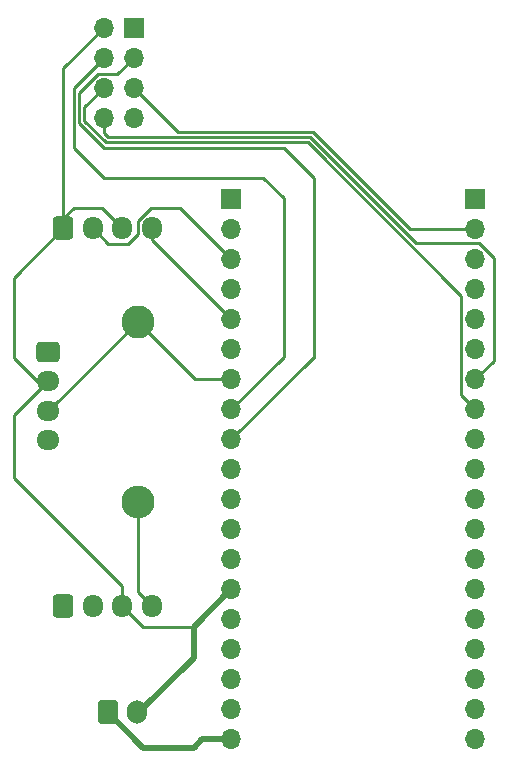
<source format=gbr>
%TF.GenerationSoftware,KiCad,Pcbnew,(6.0.2)*%
%TF.CreationDate,2022-03-02T22:32:20-08:00*%
%TF.ProjectId,node,6e6f6465-2e6b-4696-9361-645f70636258,rev?*%
%TF.SameCoordinates,Original*%
%TF.FileFunction,Copper,L2,Bot*%
%TF.FilePolarity,Positive*%
%FSLAX46Y46*%
G04 Gerber Fmt 4.6, Leading zero omitted, Abs format (unit mm)*
G04 Created by KiCad (PCBNEW (6.0.2)) date 2022-03-02 22:32:20*
%MOMM*%
%LPD*%
G01*
G04 APERTURE LIST*
G04 Aperture macros list*
%AMRoundRect*
0 Rectangle with rounded corners*
0 $1 Rounding radius*
0 $2 $3 $4 $5 $6 $7 $8 $9 X,Y pos of 4 corners*
0 Add a 4 corners polygon primitive as box body*
4,1,4,$2,$3,$4,$5,$6,$7,$8,$9,$2,$3,0*
0 Add four circle primitives for the rounded corners*
1,1,$1+$1,$2,$3*
1,1,$1+$1,$4,$5*
1,1,$1+$1,$6,$7*
1,1,$1+$1,$8,$9*
0 Add four rect primitives between the rounded corners*
20,1,$1+$1,$2,$3,$4,$5,0*
20,1,$1+$1,$4,$5,$6,$7,0*
20,1,$1+$1,$6,$7,$8,$9,0*
20,1,$1+$1,$8,$9,$2,$3,0*%
G04 Aperture macros list end*
%TA.AperFunction,ComponentPad*%
%ADD10O,1.700000X1.700000*%
%TD*%
%TA.AperFunction,ComponentPad*%
%ADD11R,1.700000X1.700000*%
%TD*%
%TA.AperFunction,ComponentPad*%
%ADD12RoundRect,0.250000X-0.600000X-0.725000X0.600000X-0.725000X0.600000X0.725000X-0.600000X0.725000X0*%
%TD*%
%TA.AperFunction,ComponentPad*%
%ADD13O,1.700000X1.950000*%
%TD*%
%TA.AperFunction,ComponentPad*%
%ADD14C,2.800000*%
%TD*%
%TA.AperFunction,ComponentPad*%
%ADD15O,2.800000X2.800000*%
%TD*%
%TA.AperFunction,ComponentPad*%
%ADD16O,1.700000X2.000000*%
%TD*%
%TA.AperFunction,ComponentPad*%
%ADD17RoundRect,0.250000X-0.600000X-0.750000X0.600000X-0.750000X0.600000X0.750000X-0.600000X0.750000X0*%
%TD*%
%TA.AperFunction,ComponentPad*%
%ADD18RoundRect,0.250000X-0.725000X0.600000X-0.725000X-0.600000X0.725000X-0.600000X0.725000X0.600000X0*%
%TD*%
%TA.AperFunction,ComponentPad*%
%ADD19O,1.950000X1.700000*%
%TD*%
%TA.AperFunction,Conductor*%
%ADD20C,0.250000*%
%TD*%
%TA.AperFunction,Conductor*%
%ADD21C,0.500000*%
%TD*%
G04 APERTURE END LIST*
D10*
%TO.P,J6,2,Pin_8*%
%TO.N,Net-(J8-Pad7)*%
X52290000Y-46230000D03*
%TO.P,J6,1,Pin_7*%
%TO.N,unconnected-(J6-Pad1)*%
X54830000Y-46230000D03*
%TO.P,J6,4,Pin_6*%
%TO.N,Net-(J8-Pad8)*%
X52290000Y-43690000D03*
%TO.P,J6,3,Pin_5*%
%TO.N,Net-(J8-Pad2)*%
X54830000Y-43690000D03*
%TO.P,J6,6,Pin_4*%
%TO.N,Net-(J5-Pad8)*%
X52290000Y-41150000D03*
%TO.P,J6,5,Pin_3*%
%TO.N,Net-(J5-Pad9)*%
X54830000Y-41150000D03*
%TO.P,J6,8,Pin_2*%
%TO.N,GND*%
X52290000Y-38610000D03*
D11*
%TO.P,J6,7,Pin_1*%
%TO.N,/3.3V*%
X54830000Y-38610000D03*
%TD*%
D12*
%TO.P,J1,1,Pin_1*%
%TO.N,GND*%
X48874583Y-55587500D03*
D13*
%TO.P,J1,2,Pin_2*%
%TO.N,Net-(J1-Pad2)*%
X51374583Y-55587500D03*
%TO.P,J1,3,Pin_3*%
%TO.N,GND*%
X53874583Y-55587500D03*
%TO.P,J1,4,Pin_4*%
%TO.N,Net-(J1-Pad4)*%
X56374583Y-55587500D03*
%TD*%
D14*
%TO.P,R1,1*%
%TO.N,Net-(J2-Pad3)*%
X55164583Y-63507500D03*
D15*
%TO.P,R1,2*%
%TO.N,/3.3V*%
X55164583Y-78747500D03*
%TD*%
D11*
%TO.P,J8,1,Pin_1*%
%TO.N,unconnected-(J8-Pad1)*%
X83765418Y-53127500D03*
D10*
%TO.P,J8,2,Pin_2*%
%TO.N,Net-(J8-Pad2)*%
X83765418Y-55667500D03*
%TO.P,J8,3,Pin_3*%
%TO.N,Net-(J3-Pad2)*%
X83765418Y-58207500D03*
%TO.P,J8,4,Pin_4*%
%TO.N,unconnected-(J8-Pad4)*%
X83765418Y-60747500D03*
%TO.P,J8,5,Pin_5*%
%TO.N,Net-(J3-Pad1)*%
X83765418Y-63287500D03*
%TO.P,J8,6,Pin_6*%
%TO.N,unconnected-(J8-Pad6)*%
X83765418Y-65827500D03*
%TO.P,J8,7,Pin_7*%
%TO.N,Net-(J8-Pad7)*%
X83765418Y-68367500D03*
%TO.P,J8,8,Pin_8*%
%TO.N,Net-(J8-Pad8)*%
X83765418Y-70907500D03*
%TO.P,J8,9,Pin_9*%
%TO.N,unconnected-(J8-Pad9)*%
X83765418Y-73447500D03*
%TO.P,J8,10,Pin_10*%
%TO.N,unconnected-(J8-Pad10)*%
X83765418Y-75987500D03*
%TO.P,J8,11,Pin_11*%
%TO.N,unconnected-(J8-Pad11)*%
X83765418Y-78527500D03*
%TO.P,J8,12,Pin_12*%
%TO.N,unconnected-(J8-Pad12)*%
X83765418Y-81067500D03*
%TO.P,J8,13,Pin_13*%
%TO.N,unconnected-(J8-Pad13)*%
X83765418Y-83607500D03*
%TO.P,J8,14,Pin_14*%
%TO.N,unconnected-(J8-Pad14)*%
X83765418Y-86147500D03*
%TO.P,J8,15,Pin_15*%
%TO.N,unconnected-(J8-Pad15)*%
X83765418Y-88687500D03*
%TO.P,J8,16,Pin_16*%
%TO.N,unconnected-(J8-Pad16)*%
X83765418Y-91227500D03*
%TO.P,J8,17,Pin_17*%
%TO.N,unconnected-(J8-Pad17)*%
X83765418Y-93767500D03*
%TO.P,J8,18,Pin_18*%
%TO.N,unconnected-(J8-Pad18)*%
X83765418Y-96307500D03*
%TO.P,J8,19,Pin_19*%
%TO.N,unconnected-(J8-Pad19)*%
X83765418Y-98847500D03*
%TD*%
D11*
%TO.P,J5,1,Pin_1*%
%TO.N,/3.3V*%
X63085418Y-53127500D03*
D10*
%TO.P,J5,2,Pin_2*%
%TO.N,unconnected-(J5-Pad2)*%
X63085418Y-55667500D03*
%TO.P,J5,3,Pin_3*%
%TO.N,Net-(J1-Pad2)*%
X63085418Y-58207500D03*
%TO.P,J5,4,Pin_4*%
%TO.N,unconnected-(J5-Pad4)*%
X63085418Y-60747500D03*
%TO.P,J5,5,Pin_5*%
%TO.N,Net-(J1-Pad4)*%
X63085418Y-63287500D03*
%TO.P,J5,6,Pin_6*%
%TO.N,unconnected-(J5-Pad6)*%
X63085418Y-65827500D03*
%TO.P,J5,7,Pin_7*%
%TO.N,Net-(J2-Pad3)*%
X63085418Y-68367500D03*
%TO.P,J5,8,Pin_8*%
%TO.N,Net-(J5-Pad8)*%
X63085418Y-70907500D03*
%TO.P,J5,9,Pin_9*%
%TO.N,Net-(J5-Pad9)*%
X63085418Y-73447500D03*
%TO.P,J5,10,Pin_10*%
%TO.N,unconnected-(J5-Pad10)*%
X63085418Y-75987500D03*
%TO.P,J5,11,Pin_11*%
%TO.N,unconnected-(J5-Pad11)*%
X63085418Y-78527500D03*
%TO.P,J5,12,Pin_12*%
%TO.N,unconnected-(J5-Pad12)*%
X63085418Y-81067500D03*
%TO.P,J5,13,Pin_13*%
%TO.N,unconnected-(J5-Pad13)*%
X63085418Y-83607500D03*
%TO.P,J5,14,Pin_14*%
%TO.N,GND*%
X63085418Y-86147500D03*
%TO.P,J5,15,Pin_15*%
%TO.N,unconnected-(J5-Pad15)*%
X63085418Y-88687500D03*
%TO.P,J5,16,Pin_16*%
%TO.N,unconnected-(J5-Pad16)*%
X63085418Y-91227500D03*
%TO.P,J5,17,Pin_17*%
%TO.N,unconnected-(J5-Pad17)*%
X63085418Y-93767500D03*
%TO.P,J5,18,Pin_18*%
%TO.N,unconnected-(J5-Pad18)*%
X63085418Y-96307500D03*
%TO.P,J5,19,Pin_19*%
%TO.N,Net-(J4-Pad1)*%
X63085418Y-98847500D03*
%TD*%
D16*
%TO.P,J4,2,Pin_2*%
%TO.N,GND*%
X55124583Y-96527500D03*
D17*
%TO.P,J4,1,Pin_1*%
%TO.N,Net-(J4-Pad1)*%
X52624583Y-96527500D03*
%TD*%
D12*
%TO.P,J3,1,Pin_1*%
%TO.N,Net-(J3-Pad1)*%
X48874583Y-87577500D03*
D13*
%TO.P,J3,2,Pin_2*%
%TO.N,Net-(J3-Pad2)*%
X51374583Y-87577500D03*
%TO.P,J3,3,Pin_3*%
%TO.N,GND*%
X53874583Y-87577500D03*
%TO.P,J3,4,Pin_4*%
%TO.N,/3.3V*%
X56374583Y-87577500D03*
%TD*%
D18*
%TO.P,J2,1,Pin_1*%
%TO.N,/3.3V*%
X47544583Y-66047500D03*
D19*
%TO.P,J2,2,Pin_2*%
%TO.N,GND*%
X47544583Y-68547500D03*
%TO.P,J2,3,Pin_3*%
%TO.N,Net-(J2-Pad3)*%
X47544583Y-71047500D03*
%TO.P,J2,4,Pin_4*%
%TO.N,unconnected-(J2-Pad4)*%
X47544583Y-73547500D03*
%TD*%
D20*
%TO.N,GND*%
X55620001Y-89322918D02*
X59910000Y-89322918D01*
X53874583Y-87577500D02*
X55620001Y-89322918D01*
%TO.N,Net-(J1-Pad2)*%
X52674103Y-56887020D02*
X51374583Y-55587500D01*
X54361085Y-56887020D02*
X52674103Y-56887020D01*
X56326061Y-53850000D02*
X55200063Y-54975998D01*
X58727918Y-53850000D02*
X56326061Y-53850000D01*
X55200063Y-54975998D02*
X55200063Y-56048042D01*
X55200063Y-56048042D02*
X54361085Y-56887020D01*
X63085418Y-58207500D02*
X58727918Y-53850000D01*
D21*
%TO.N,Net-(J4-Pad1)*%
X52624583Y-96527500D02*
X55667083Y-99570000D01*
X55667083Y-99570000D02*
X59910000Y-99570000D01*
X59910000Y-99570000D02*
X60632500Y-98847500D01*
X60632500Y-98847500D02*
X63085418Y-98847500D01*
%TO.N,GND*%
X59910000Y-91950000D02*
X55332500Y-96527500D01*
D20*
%TO.N,Net-(J8-Pad2)*%
X69992875Y-47421440D02*
X58561440Y-47421440D01*
X78238936Y-55667500D02*
X69992875Y-47421440D01*
X83765418Y-55667500D02*
X78238936Y-55667500D01*
X58561440Y-47421440D02*
X54830000Y-43690000D01*
%TO.N,Net-(J8-Pad7)*%
X78777729Y-56842011D02*
X78007859Y-56072141D01*
X80682011Y-56842011D02*
X78777729Y-56842011D01*
X70387858Y-48452141D02*
X78325717Y-56390000D01*
X69806678Y-47870960D02*
X70387858Y-48452141D01*
X52662396Y-47870960D02*
X69806678Y-47870960D01*
X52290000Y-47498564D02*
X52662396Y-47870960D01*
X52290000Y-46230000D02*
X52290000Y-47498564D01*
%TO.N,Net-(J5-Pad9)*%
X53464511Y-42515489D02*
X54830000Y-41150000D01*
X51803501Y-42515489D02*
X53464511Y-42515489D01*
X50199520Y-46679520D02*
X50199520Y-44119470D01*
X52290000Y-48770000D02*
X50199520Y-46679520D01*
X50199520Y-44119470D02*
X51803501Y-42515489D01*
X70070000Y-66550000D02*
X70070000Y-51310000D01*
X67530000Y-48770000D02*
X52290000Y-48770000D01*
X69982918Y-66550000D02*
X70070000Y-66550000D01*
X63085418Y-73447500D02*
X69982918Y-66550000D01*
X70070000Y-51310000D02*
X67530000Y-48770000D01*
%TO.N,Net-(J8-Pad8)*%
X52476198Y-48320480D02*
X50649040Y-46493322D01*
X69620480Y-48320480D02*
X52476198Y-48320480D01*
X50649040Y-46493322D02*
X50649040Y-45330960D01*
X82590907Y-61290907D02*
X69620480Y-48320480D01*
X82590907Y-69732989D02*
X82590907Y-61290907D01*
X50649040Y-45330960D02*
X52290000Y-43690000D01*
X83765418Y-70907500D02*
X82590907Y-69732989D01*
%TO.N,Net-(J5-Pad8)*%
X49750000Y-48770000D02*
X49750000Y-43690000D01*
X67530000Y-53012917D02*
X65827083Y-51310000D01*
X65827083Y-51310000D02*
X52290000Y-51310000D01*
X49750000Y-43690000D02*
X52290000Y-41150000D01*
X67530000Y-66462918D02*
X67530000Y-53012917D01*
X52290000Y-51310000D02*
X49750000Y-48770000D01*
X63085418Y-70907500D02*
X67530000Y-66462918D01*
%TO.N,GND*%
X48874583Y-42025417D02*
X48874583Y-55587500D01*
X52290000Y-38610000D02*
X48874583Y-42025417D01*
%TO.N,Net-(J8-Pad7)*%
X84060939Y-56842011D02*
X80682011Y-56842011D01*
X85310000Y-58091072D02*
X84060939Y-56842011D01*
X83765418Y-68367500D02*
X85310000Y-66822918D01*
X85310000Y-66822918D02*
X85310000Y-58091072D01*
%TO.N,GND*%
X48874583Y-54725417D02*
X48874583Y-55587500D01*
X49750000Y-53850000D02*
X48874583Y-54725417D01*
X52137083Y-53850000D02*
X49750000Y-53850000D01*
X53874583Y-55587500D02*
X52137083Y-53850000D01*
%TO.N,Net-(J2-Pad3)*%
X60024583Y-68367500D02*
X55164583Y-63507500D01*
X63085418Y-68367500D02*
X60024583Y-68367500D01*
%TO.N,Net-(J1-Pad4)*%
X56374583Y-56576665D02*
X56374583Y-55587500D01*
X63085418Y-63287500D02*
X56374583Y-56576665D01*
%TO.N,Net-(J2-Pad3)*%
X47624583Y-71047500D02*
X55164583Y-63507500D01*
X47544583Y-71047500D02*
X47624583Y-71047500D01*
%TO.N,GND*%
X46667500Y-68547500D02*
X44670000Y-66550000D01*
X44670000Y-66550000D02*
X44670000Y-59792083D01*
X44670000Y-59792083D02*
X48874583Y-55587500D01*
X47544583Y-68547500D02*
X46667500Y-68547500D01*
X44670000Y-76710000D02*
X44670000Y-71422083D01*
X44670000Y-71422083D02*
X47544583Y-68547500D01*
X53874583Y-85914583D02*
X44670000Y-76710000D01*
X53874583Y-87577500D02*
X53874583Y-85914583D01*
%TO.N,/3.3V*%
X55164583Y-86367500D02*
X56374583Y-87577500D01*
X55164583Y-78747500D02*
X55164583Y-86367500D01*
%TO.N,GND*%
X55332500Y-96527500D02*
X55124583Y-96527500D01*
D21*
X59910000Y-89322918D02*
X59910000Y-91950000D01*
X63085418Y-86147500D02*
X59910000Y-89322918D01*
%TD*%
M02*

</source>
